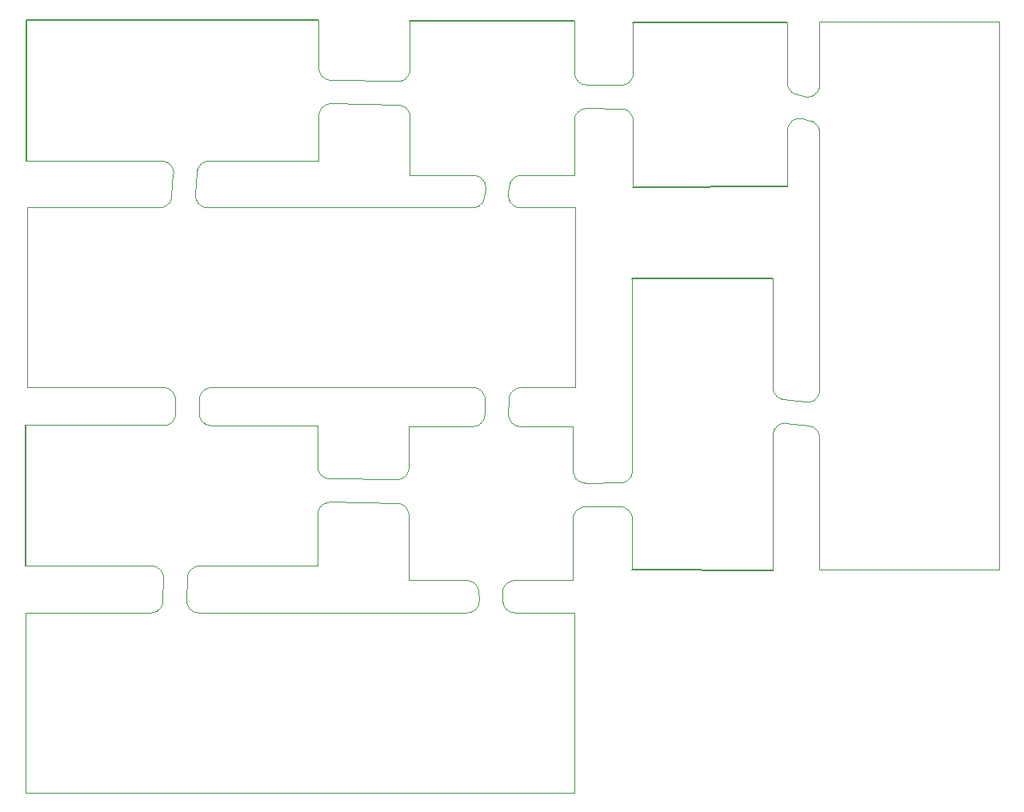
<source format=gbr>
G04 #@! TF.GenerationSoftware,KiCad,Pcbnew,(5.1.4)-1*
G04 #@! TF.CreationDate,2020-04-09T13:39:23+02:00*
G04 #@! TF.ProjectId,output.sky_panel_03_kits,6f757470-7574-42e7-936b-795f70616e65,rev?*
G04 #@! TF.SameCoordinates,Original*
G04 #@! TF.FileFunction,Profile,NP*
%FSLAX46Y46*%
G04 Gerber Fmt 4.6, Leading zero omitted, Abs format (unit mm)*
G04 Created by KiCad (PCBNEW (5.1.4)-1) date 2020-04-09 13:39:23*
%MOMM*%
%LPD*%
G04 APERTURE LIST*
%ADD10C,0.200000*%
%ADD11C,0.050000*%
%ADD12C,0.100000*%
G04 APERTURE END LIST*
D10*
X195564990Y-89950000D02*
X211885004Y-89943988D01*
D11*
X234341000Y-72425000D02*
X215291000Y-72425000D01*
X234341000Y-130475000D02*
X234341000Y-72425000D01*
X215291000Y-130475000D02*
X234341000Y-130475000D01*
D10*
X210338988Y-99599996D02*
X195494990Y-99599996D01*
X195449000Y-130499990D02*
X210345000Y-130510000D01*
X211885004Y-72565998D02*
X195575000Y-72550000D01*
D11*
X189475000Y-111166000D02*
X189475000Y-92116000D01*
D10*
X162300004Y-72319990D02*
X131400010Y-72274000D01*
X131400010Y-72274000D02*
X131390000Y-87170000D01*
D11*
X131425000Y-92116000D02*
X131425000Y-111166000D01*
D10*
X189350000Y-72400000D02*
X171950000Y-72389990D01*
D11*
X189350000Y-154041000D02*
X189350000Y-134991000D01*
X131300000Y-154041000D02*
X189350000Y-154041000D01*
X131300000Y-134991000D02*
X131300000Y-154041000D01*
D10*
X131275010Y-115149000D02*
X131265000Y-130045000D01*
D12*
X178693372Y-88710004D02*
X171956012Y-88710004D01*
X183693378Y-88710004D02*
X189334002Y-88710004D01*
X183600857Y-92116000D02*
X189475000Y-92116000D01*
X178693372Y-88710004D02*
X178793076Y-88717691D01*
X178793076Y-88717691D02*
X178891894Y-88733019D01*
X178891894Y-88733019D02*
X178989241Y-88755897D01*
X178600799Y-92116000D02*
X178700503Y-92108313D01*
X178989241Y-88755897D02*
X179084541Y-88786190D01*
X178700503Y-92108313D02*
X178799321Y-92092985D01*
X179084541Y-88786190D02*
X179177231Y-88823719D01*
X178799321Y-92092985D02*
X178896668Y-92070107D01*
X179177231Y-88823719D02*
X179266762Y-88868262D01*
X178896668Y-92070107D02*
X178991968Y-92039814D01*
X179266762Y-88868262D02*
X179352604Y-88919555D01*
X178991968Y-92039814D02*
X179084658Y-92002285D01*
X179352604Y-88919555D02*
X179434249Y-88977295D01*
X179084658Y-92002285D02*
X179174189Y-91957742D01*
X179434249Y-88977295D02*
X179511214Y-89041140D01*
X179174189Y-91957742D02*
X179260031Y-91906449D01*
X179511214Y-89041140D02*
X179583044Y-89110712D01*
X179260031Y-91906449D02*
X179341676Y-91848709D01*
X179583044Y-89110712D02*
X179649314Y-89185599D01*
X179341676Y-91848709D02*
X179418641Y-91784864D01*
X179649314Y-89185599D02*
X179709632Y-89265358D01*
X179418641Y-91784864D02*
X179490471Y-91715292D01*
X179709632Y-89265358D02*
X179763641Y-89349517D01*
X179490471Y-91715292D02*
X179556741Y-91640405D01*
X179763641Y-89349517D02*
X179811021Y-89437578D01*
X179556741Y-91640405D02*
X179617059Y-91560646D01*
X179811021Y-89437578D02*
X179851492Y-89529020D01*
X179617059Y-91560646D02*
X179671068Y-91476487D01*
X179851492Y-89529020D02*
X179884814Y-89623302D01*
X179671068Y-91476487D02*
X179718448Y-91388426D01*
X179884814Y-89623302D02*
X179910790Y-89719866D01*
X179718448Y-91388426D02*
X179758919Y-91296984D01*
X179910790Y-89719866D02*
X179929267Y-89818141D01*
X179758919Y-91296984D02*
X179792241Y-91202702D01*
X179929267Y-89818141D02*
X179940135Y-89917546D01*
X179792241Y-91202702D02*
X179818217Y-91106138D01*
X179940135Y-89917546D02*
X179943330Y-90017492D01*
X179818217Y-91106138D02*
X179836694Y-91007863D01*
X179943330Y-90017492D02*
X179938833Y-90117388D01*
X179938833Y-90117388D02*
X179836694Y-91007863D01*
X183600857Y-92116000D02*
X183501153Y-92108313D01*
X183501153Y-92108313D02*
X183402335Y-92092985D01*
X183402335Y-92092985D02*
X183304988Y-92070107D01*
X183693378Y-88710004D02*
X183593674Y-88717691D01*
X183304988Y-92070107D02*
X183209688Y-92039814D01*
X183593674Y-88717691D02*
X183494856Y-88733019D01*
X183209688Y-92039814D02*
X183116998Y-92002285D01*
X183494856Y-88733019D02*
X183397509Y-88755897D01*
X183116998Y-92002285D02*
X183027467Y-91957742D01*
X183397509Y-88755897D02*
X183302209Y-88786190D01*
X183027467Y-91957742D02*
X182941625Y-91906449D01*
X183302209Y-88786190D02*
X183209519Y-88823719D01*
X182941625Y-91906449D02*
X182859980Y-91848709D01*
X183209519Y-88823719D02*
X183119988Y-88868262D01*
X182859980Y-91848709D02*
X182783015Y-91784864D01*
X183119988Y-88868262D02*
X183034146Y-88919555D01*
X182783015Y-91784864D02*
X182711185Y-91715292D01*
X183034146Y-88919555D02*
X182952501Y-88977295D01*
X182711185Y-91715292D02*
X182644915Y-91640405D01*
X182952501Y-88977295D02*
X182875536Y-89041140D01*
X182644915Y-91640405D02*
X182584597Y-91560646D01*
X182875536Y-89041140D02*
X182803706Y-89110712D01*
X182584597Y-91560646D02*
X182530588Y-91476487D01*
X182803706Y-89110712D02*
X182737436Y-89185599D01*
X182530588Y-91476487D02*
X182483208Y-91388426D01*
X182737436Y-89185599D02*
X182677118Y-89265358D01*
X182483208Y-91388426D02*
X182442737Y-91296984D01*
X182677118Y-89265358D02*
X182623109Y-89349517D01*
X182442737Y-91296984D02*
X182409415Y-91202702D01*
X182623109Y-89349517D02*
X182575729Y-89437578D01*
X182409415Y-91202702D02*
X182383439Y-91106138D01*
X182575729Y-89437578D02*
X182535258Y-89529020D01*
X182383439Y-91106138D02*
X182364962Y-91007863D01*
X182535258Y-89529020D02*
X182501936Y-89623302D01*
X182364962Y-91007863D02*
X182354094Y-90908458D01*
X182501936Y-89623302D02*
X182475960Y-89719866D01*
X182354094Y-90908458D02*
X182350899Y-90808512D01*
X182475960Y-89719866D02*
X182457483Y-89818141D01*
X182350899Y-90808512D02*
X182355396Y-90708616D01*
X182457483Y-89818141D02*
X182355396Y-90708616D01*
X145875002Y-111166000D02*
X131425000Y-111166000D01*
X150875008Y-115178171D02*
X162175004Y-115194990D01*
X145874982Y-115170731D02*
X131275010Y-115149000D01*
X145874982Y-115170731D02*
X145974698Y-115163193D01*
X145875002Y-111166000D02*
X145974706Y-111173687D01*
X145974698Y-115163193D02*
X146073540Y-115148013D01*
X145974706Y-111173687D02*
X146073524Y-111189015D01*
X146073540Y-115148013D02*
X146170923Y-115125280D01*
X146073524Y-111189015D02*
X146170871Y-111211893D01*
X146170923Y-115125280D02*
X146266270Y-115095129D01*
X146170871Y-111211893D02*
X146266171Y-111242186D01*
X146266270Y-115095129D02*
X146359017Y-115057738D01*
X146266171Y-111242186D02*
X146358861Y-111279715D01*
X146359017Y-115057738D02*
X146448615Y-115013329D01*
X146358861Y-111279715D02*
X146448392Y-111324258D01*
X146448615Y-115013329D02*
X146534534Y-114962164D01*
X146448392Y-111324258D02*
X146534234Y-111375551D01*
X146534534Y-114962164D02*
X146616266Y-114904546D01*
X146534234Y-111375551D02*
X146615879Y-111433291D01*
X146616266Y-114904546D02*
X146693327Y-114840816D01*
X146615879Y-111433291D02*
X146692844Y-111497136D01*
X146693327Y-114840816D02*
X146765261Y-114771351D01*
X146692844Y-111497136D02*
X146764674Y-111566708D01*
X146765261Y-114771351D02*
X146831643Y-114696562D01*
X146764674Y-111566708D02*
X146830944Y-111641595D01*
X146831643Y-114696562D02*
X146892080Y-114616892D01*
X146830944Y-111641595D02*
X146891262Y-111721354D01*
X146892080Y-114616892D02*
X146946214Y-114532812D01*
X146891262Y-111721354D02*
X146945271Y-111805513D01*
X146946214Y-114532812D02*
X146993725Y-114444820D01*
X146945271Y-111805513D02*
X146992651Y-111893574D01*
X146993725Y-114444820D02*
X147034332Y-114353436D01*
X146992651Y-111893574D02*
X147033122Y-111985016D01*
X147034332Y-114353436D02*
X147067795Y-114259201D01*
X147033122Y-111985016D02*
X147066444Y-112079298D01*
X147067795Y-114259201D02*
X147093916Y-114162673D01*
X147066444Y-112079298D02*
X147092420Y-112175862D01*
X147093916Y-114162673D02*
X147112540Y-114064423D01*
X147092420Y-112175862D02*
X147110897Y-112274137D01*
X147112540Y-114064423D02*
X147123557Y-113965032D01*
X147110897Y-112274137D02*
X147121765Y-112373542D01*
X147123557Y-113965032D02*
X147126902Y-113865088D01*
X147121765Y-112373542D02*
X147124960Y-112473488D01*
X147124960Y-112473488D02*
X147126902Y-113865088D01*
X150875010Y-111166000D02*
X150775306Y-111173687D01*
X150875008Y-115178171D02*
X150775315Y-115170336D01*
X150775306Y-111173687D02*
X150676488Y-111189015D01*
X150775315Y-115170336D02*
X150676519Y-115154861D01*
X150676488Y-111189015D02*
X150579141Y-111211893D01*
X150676519Y-115154861D02*
X150579205Y-115131838D01*
X150579141Y-111211893D02*
X150483841Y-111242186D01*
X150579205Y-115131838D02*
X150483949Y-115101403D01*
X150483841Y-111242186D02*
X150391151Y-111279715D01*
X150483949Y-115101403D02*
X150391314Y-115063736D01*
X150391151Y-111279715D02*
X150301620Y-111324258D01*
X150391314Y-115063736D02*
X150301848Y-115019060D01*
X150301620Y-111324258D02*
X150215778Y-111375551D01*
X150301848Y-115019060D02*
X150216081Y-114967639D01*
X150215778Y-111375551D02*
X150134133Y-111433291D01*
X150216081Y-114967639D02*
X150134520Y-114909778D01*
X150134133Y-111433291D02*
X150057168Y-111497136D01*
X150134520Y-114909778D02*
X150057648Y-114845819D01*
X150057168Y-111497136D02*
X149985338Y-111566708D01*
X150057648Y-114845819D02*
X149985920Y-114776140D01*
X149985338Y-111566708D02*
X149919068Y-111641595D01*
X149985920Y-114776140D02*
X149919760Y-114701154D01*
X149919068Y-111641595D02*
X149858750Y-111721354D01*
X149919760Y-114701154D02*
X149859560Y-114621304D01*
X149858750Y-111721354D02*
X149804741Y-111805513D01*
X149859560Y-114621304D02*
X149805676Y-114537063D01*
X149804741Y-111805513D02*
X149757361Y-111893574D01*
X149805676Y-114537063D02*
X149758427Y-114448929D01*
X149757361Y-111893574D02*
X149716890Y-111985016D01*
X149758427Y-114448929D02*
X149718092Y-114357424D01*
X149716890Y-111985016D02*
X149683568Y-112079298D01*
X149718092Y-114357424D02*
X149684910Y-114263089D01*
X149683568Y-112079298D02*
X149657592Y-112175862D01*
X149684910Y-114263089D02*
X149659077Y-114166483D01*
X149657592Y-112175862D02*
X149639115Y-112274137D01*
X149659077Y-114166483D02*
X149640746Y-114068177D01*
X149639115Y-112274137D02*
X149628247Y-112373542D01*
X149640746Y-114068177D02*
X149630026Y-113968753D01*
X149628247Y-112373542D02*
X149625052Y-112473488D01*
X149630026Y-113968753D02*
X149626980Y-113868799D01*
X149625052Y-112473488D02*
X149626980Y-113868799D01*
X145668351Y-87167222D02*
X131390000Y-87170000D01*
X150668364Y-87166249D02*
X162300004Y-87163988D01*
X150489510Y-92116000D02*
X178600799Y-92116000D01*
X145489487Y-92116000D02*
X131425000Y-92116000D01*
X145668351Y-87167222D02*
X145768057Y-87174889D01*
X145768057Y-87174889D02*
X145866879Y-87190197D01*
X145489487Y-92116000D02*
X145589191Y-92108313D01*
X145866879Y-87190197D02*
X145964232Y-87213056D01*
X145589191Y-92108313D02*
X145688009Y-92092985D01*
X145964232Y-87213056D02*
X146059540Y-87243331D01*
X145688009Y-92092985D02*
X145785356Y-92070107D01*
X146059540Y-87243331D02*
X146152239Y-87280842D01*
X145785356Y-92070107D02*
X145880656Y-92039814D01*
X146152239Y-87280842D02*
X146241780Y-87325367D01*
X145880656Y-92039814D02*
X145973346Y-92002285D01*
X146241780Y-87325367D02*
X146327634Y-87376643D01*
X145973346Y-92002285D02*
X146062877Y-91957742D01*
X146327634Y-87376643D02*
X146409293Y-87434367D01*
X146062877Y-91957742D02*
X146148719Y-91906449D01*
X146409293Y-87434367D02*
X146486273Y-87498197D01*
X146148719Y-91906449D02*
X146230364Y-91848709D01*
X146486273Y-87498197D02*
X146558119Y-87567755D01*
X146230364Y-91848709D02*
X146307329Y-91784864D01*
X146558119Y-87567755D02*
X146624406Y-87642630D01*
X146307329Y-91784864D02*
X146379159Y-91715292D01*
X146624406Y-87642630D02*
X146684742Y-87722379D01*
X146379159Y-91715292D02*
X146445429Y-91640405D01*
X146684742Y-87722379D02*
X146738769Y-87806530D01*
X146445429Y-91640405D02*
X146505747Y-91560646D01*
X146738769Y-87806530D02*
X146786168Y-87894585D01*
X146505747Y-91560646D02*
X146559756Y-91476487D01*
X146786168Y-87894585D02*
X146826658Y-87986023D01*
X146559756Y-91476487D02*
X146607136Y-91388426D01*
X146826658Y-87986023D02*
X146860000Y-88080303D01*
X146607136Y-91388426D02*
X146647607Y-91296984D01*
X146860000Y-88080303D02*
X146885996Y-88176867D01*
X146647607Y-91296984D02*
X146680929Y-91202702D01*
X146885996Y-88176867D02*
X146904493Y-88275144D01*
X146680929Y-91202702D02*
X146706905Y-91106138D01*
X146904493Y-88275144D02*
X146915381Y-88374552D01*
X146706905Y-91106138D02*
X146725382Y-91007863D01*
X146915381Y-88374552D02*
X146918596Y-88474503D01*
X146725382Y-91007863D02*
X146736250Y-90908458D01*
X146918596Y-88474503D02*
X146914119Y-88574405D01*
X146914119Y-88574405D02*
X146736250Y-90908458D01*
X150489510Y-92116000D02*
X150389806Y-92108313D01*
X150389806Y-92108313D02*
X150290988Y-92092985D01*
X150668364Y-87166249D02*
X150568661Y-87173956D01*
X150290988Y-92092985D02*
X150193641Y-92070107D01*
X150568661Y-87173956D02*
X150469845Y-87189304D01*
X150193641Y-92070107D02*
X150098341Y-92039814D01*
X150469845Y-87189304D02*
X150372501Y-87212202D01*
X150098341Y-92039814D02*
X150005651Y-92002285D01*
X150372501Y-87212202D02*
X150277205Y-87242515D01*
X150005651Y-92002285D02*
X149916120Y-91957742D01*
X150277205Y-87242515D02*
X150184521Y-87280063D01*
X149916120Y-91957742D02*
X149830278Y-91906449D01*
X150184521Y-87280063D02*
X150094997Y-87324624D01*
X149830278Y-91906449D02*
X149748633Y-91848709D01*
X150094997Y-87324624D02*
X150009163Y-87375935D01*
X149748633Y-91848709D02*
X149671668Y-91784864D01*
X150009163Y-87375935D02*
X149927527Y-87433692D01*
X149671668Y-91784864D02*
X149599838Y-91715292D01*
X149927527Y-87433692D02*
X149850572Y-87497553D01*
X149599838Y-91715292D02*
X149533568Y-91640405D01*
X149850572Y-87497553D02*
X149778753Y-87567140D01*
X149533568Y-91640405D02*
X149473250Y-91560646D01*
X149778753Y-87567140D02*
X149712495Y-87642042D01*
X149473250Y-91560646D02*
X149419241Y-91476487D01*
X149712495Y-87642042D02*
X149652190Y-87721815D01*
X149419241Y-91476487D02*
X149371861Y-91388426D01*
X149652190Y-87721815D02*
X149598195Y-87805987D01*
X149371861Y-91388426D02*
X149331390Y-91296984D01*
X149598195Y-87805987D02*
X149550830Y-87894060D01*
X149331390Y-91296984D02*
X149298068Y-91202702D01*
X149550830Y-87894060D02*
X149510375Y-87985513D01*
X149298068Y-91202702D02*
X149272092Y-91106138D01*
X149510375Y-87985513D02*
X149477069Y-88079805D01*
X149272092Y-91106138D02*
X149253615Y-91007863D01*
X149477069Y-88079805D02*
X149451109Y-88176378D01*
X149253615Y-91007863D02*
X149242747Y-90908458D01*
X149451109Y-88176378D02*
X149432649Y-88274661D01*
X149242747Y-90908458D02*
X149239552Y-90808512D01*
X149432649Y-88274661D02*
X149421798Y-88374072D01*
X149239552Y-90808512D02*
X149244049Y-90708616D01*
X149421798Y-88374072D02*
X149244049Y-90708616D01*
X171951889Y-77514490D02*
X171950000Y-72389990D01*
X171953729Y-82514493D02*
X171956012Y-88710004D01*
X162300004Y-82369988D02*
X162300004Y-87163988D01*
X162300004Y-77369992D02*
X162300004Y-72319990D01*
X171951889Y-77514490D02*
X171944239Y-77614197D01*
X162300004Y-77369992D02*
X162307691Y-77469696D01*
X171944239Y-77614197D02*
X171928948Y-77713021D01*
X162307691Y-77469696D02*
X162323019Y-77568514D01*
X171928948Y-77713021D02*
X171906106Y-77810377D01*
X162323019Y-77568514D02*
X162345897Y-77665861D01*
X171906106Y-77810377D02*
X171875848Y-77905689D01*
X162345897Y-77665861D02*
X162376190Y-77761161D01*
X171875848Y-77905689D02*
X171838353Y-77998393D01*
X162376190Y-77761161D02*
X162413719Y-77853851D01*
X171838353Y-77998393D02*
X171793843Y-78087941D01*
X162413719Y-77853851D02*
X162458262Y-77943382D01*
X171793843Y-78087941D02*
X171742581Y-78173803D01*
X162458262Y-77943382D02*
X162509555Y-78029224D01*
X171742581Y-78173803D02*
X171684871Y-78255471D01*
X162509555Y-78029224D02*
X162567295Y-78110869D01*
X171684871Y-78255471D02*
X171621054Y-78332461D01*
X162567295Y-78110869D02*
X162631140Y-78187834D01*
X171621054Y-78332461D02*
X171551508Y-78404318D01*
X162631140Y-78187834D02*
X162700712Y-78259664D01*
X171551508Y-78404318D02*
X171476644Y-78470617D01*
X162700712Y-78259664D02*
X162775599Y-78325934D01*
X171476644Y-78470617D02*
X171396905Y-78530965D01*
X162775599Y-78325934D02*
X162855358Y-78386252D01*
X171396905Y-78530965D02*
X171312763Y-78585005D01*
X162855358Y-78386252D02*
X162939517Y-78440261D01*
X171312763Y-78585005D02*
X171224716Y-78632417D01*
X162939517Y-78440261D02*
X163027578Y-78487641D01*
X171224716Y-78632417D02*
X171133285Y-78672921D01*
X163027578Y-78487641D02*
X163119020Y-78528112D01*
X171133285Y-78672921D02*
X171039011Y-78706277D01*
X163119020Y-78528112D02*
X163213302Y-78561434D01*
X171039011Y-78706277D02*
X170942452Y-78732288D01*
X163213302Y-78561434D02*
X163309866Y-78587410D01*
X170942452Y-78732288D02*
X170844179Y-78750800D01*
X163309866Y-78587410D02*
X163408141Y-78605887D01*
X170844179Y-78750800D02*
X170744774Y-78761703D01*
X163408141Y-78605887D02*
X163507546Y-78616755D01*
X170744774Y-78761703D02*
X170644825Y-78764933D01*
X163507546Y-78616755D02*
X163607492Y-78619950D01*
X170644825Y-78764933D02*
X163607492Y-78619950D01*
X162300004Y-82369988D02*
X162307691Y-82270284D01*
X171953729Y-82514493D02*
X171946005Y-82414792D01*
X162307691Y-82270284D02*
X162323019Y-82171466D01*
X171946005Y-82414792D02*
X171930640Y-82315980D01*
X162323019Y-82171466D02*
X162345897Y-82074119D01*
X171930640Y-82315980D02*
X171907725Y-82218641D01*
X162345897Y-82074119D02*
X162376190Y-81978819D01*
X171907725Y-82218641D02*
X171877396Y-82123351D01*
X162376190Y-81978819D02*
X162413719Y-81886129D01*
X171877396Y-82123351D02*
X171839832Y-82030674D01*
X162413719Y-81886129D02*
X162458262Y-81796598D01*
X171839832Y-82030674D02*
X171795255Y-81941159D01*
X162458262Y-81796598D02*
X162509555Y-81710756D01*
X171795255Y-81941159D02*
X171743929Y-81855335D01*
X162509555Y-81710756D02*
X162567295Y-81629111D01*
X171743929Y-81855335D02*
X171686158Y-81773710D01*
X162567295Y-81629111D02*
X162631140Y-81552146D01*
X171686158Y-81773710D02*
X171622284Y-81696767D01*
X162631140Y-81552146D02*
X162700712Y-81480316D01*
X171622284Y-81696767D02*
X171552685Y-81624961D01*
X162700712Y-81480316D02*
X162775599Y-81414046D01*
X171552685Y-81624961D02*
X171477772Y-81558717D01*
X162775599Y-81414046D02*
X162855358Y-81353728D01*
X171477772Y-81558717D02*
X171397989Y-81498427D01*
X162855358Y-81353728D02*
X162939517Y-81299719D01*
X171397989Y-81498427D02*
X171313808Y-81444448D01*
X162939517Y-81299719D02*
X163027578Y-81252339D01*
X171313808Y-81444448D02*
X171225727Y-81397099D01*
X163027578Y-81252339D02*
X163119020Y-81211868D01*
X171225727Y-81397099D02*
X171134267Y-81356661D01*
X163119020Y-81211868D02*
X163213302Y-81178546D01*
X171134267Y-81356661D02*
X171039969Y-81323373D01*
X163213302Y-81178546D02*
X163309866Y-81152570D01*
X171039969Y-81323373D02*
X170943391Y-81297432D01*
X163309866Y-81152570D02*
X163408141Y-81134093D01*
X170943391Y-81297432D02*
X170845105Y-81278991D01*
X163408141Y-81134093D02*
X163507546Y-81123225D01*
X170845105Y-81278991D02*
X170745692Y-81268159D01*
X163507546Y-81123225D02*
X163607492Y-81120030D01*
X170745692Y-81268159D02*
X170645741Y-81265001D01*
X170645741Y-81265001D02*
X163607492Y-81120030D01*
X195571918Y-77907128D02*
X195575000Y-72550000D01*
X195569042Y-82907124D02*
X195564990Y-89950000D01*
X189339733Y-82866364D02*
X189334002Y-88710004D01*
X189344639Y-77866353D02*
X189350000Y-72400000D01*
X195571918Y-77907128D02*
X195564174Y-78006828D01*
X189344639Y-77866353D02*
X189352228Y-77966065D01*
X195564174Y-78006828D02*
X195548789Y-78105638D01*
X189352228Y-77966065D02*
X189367459Y-78064899D01*
X195548789Y-78105638D02*
X195525854Y-78202973D01*
X189367459Y-78064899D02*
X189390242Y-78162270D01*
X195525854Y-78202973D02*
X195495505Y-78298257D01*
X189390242Y-78162270D02*
X189420442Y-78257602D01*
X195495505Y-78298257D02*
X195457922Y-78390926D01*
X189420442Y-78257602D02*
X189457880Y-78350331D01*
X195457922Y-78390926D02*
X195413327Y-78480432D01*
X189457880Y-78350331D02*
X189502335Y-78439908D01*
X195413327Y-78480432D02*
X195361984Y-78566245D01*
X189502335Y-78439908D02*
X189553544Y-78525803D01*
X195361984Y-78566245D02*
X195304197Y-78647858D01*
X189553544Y-78525803D02*
X189611204Y-78607508D01*
X195304197Y-78647858D02*
X195240308Y-78724788D01*
X189611204Y-78607508D02*
X189674974Y-78684539D01*
X195240308Y-78724788D02*
X195170695Y-78796579D01*
X189674974Y-78684539D02*
X189744476Y-78756440D01*
X195170695Y-78796579D02*
X195095770Y-78862807D01*
X189744476Y-78756440D02*
X189819299Y-78822786D01*
X195095770Y-78862807D02*
X195015976Y-78923080D01*
X189819299Y-78822786D02*
X189899000Y-78883184D01*
X195015976Y-78923080D02*
X194931785Y-78977041D01*
X189899000Y-78883184D02*
X189983108Y-78937277D01*
X194931785Y-78977041D02*
X194843695Y-79024371D01*
X189983108Y-78937277D02*
X190071125Y-78984745D01*
X194843695Y-79024371D02*
X194752228Y-79064790D01*
X190071125Y-78984745D02*
X190162530Y-79025307D01*
X194752228Y-79064790D02*
X194657925Y-79098059D01*
X190162530Y-79025307D02*
X190256782Y-79058723D01*
X194657925Y-79098059D02*
X194561344Y-79123981D01*
X190256782Y-79058723D02*
X190353324Y-79084795D01*
X194561344Y-79123981D02*
X194463056Y-79142402D01*
X190353324Y-79084795D02*
X190451584Y-79103369D01*
X194463056Y-79142402D02*
X194363643Y-79153213D01*
X190451584Y-79103369D02*
X190550981Y-79114335D01*
X194363643Y-79153213D02*
X194263693Y-79156351D01*
X190550981Y-79114335D02*
X190650927Y-79117628D01*
X194263693Y-79156351D02*
X190650927Y-79117628D01*
X189339733Y-82866364D02*
X189347517Y-82766667D01*
X195569042Y-82907124D02*
X195561413Y-82807415D01*
X189347517Y-82766667D02*
X189362941Y-82667863D01*
X195561413Y-82807415D02*
X195546142Y-82708587D01*
X189362941Y-82667863D02*
X189385914Y-82570537D01*
X195546142Y-82708587D02*
X195523320Y-82611225D01*
X189385914Y-82570537D02*
X189416300Y-82475265D01*
X195523320Y-82611225D02*
X195493082Y-82515905D01*
X189416300Y-82475265D02*
X189453919Y-82382611D01*
X195493082Y-82515905D02*
X195455607Y-82423191D01*
X189453919Y-82382611D02*
X189498549Y-82293123D01*
X195455607Y-82423191D02*
X195411116Y-82333632D01*
X189498549Y-82293123D02*
X189549926Y-82207330D01*
X195411116Y-82333632D02*
X195359873Y-82247758D01*
X189549926Y-82207330D02*
X189607746Y-82125740D01*
X195359873Y-82247758D02*
X195302181Y-82166077D01*
X189607746Y-82125740D02*
X189671666Y-82048836D01*
X195302181Y-82166077D02*
X195238381Y-82089072D01*
X189671666Y-82048836D02*
X189741308Y-81977073D01*
X195238381Y-82089072D02*
X195168851Y-82017199D01*
X189741308Y-81977073D02*
X189816260Y-81910875D01*
X195168851Y-82017199D02*
X195094002Y-81950883D01*
X189816260Y-81910875D02*
X189896079Y-81850634D01*
X195094002Y-81950883D02*
X195014277Y-81890517D01*
X189896079Y-81850634D02*
X189980292Y-81796707D01*
X195014277Y-81890517D02*
X194930148Y-81836458D01*
X189980292Y-81796707D02*
X190068401Y-81749413D01*
X194930148Y-81836458D02*
X194842113Y-81789026D01*
X190068401Y-81749413D02*
X190159885Y-81709032D01*
X194842113Y-81789026D02*
X194750693Y-81748501D01*
X190159885Y-81709032D02*
X190254202Y-81675802D01*
X194750693Y-81748501D02*
X194656428Y-81715123D01*
X190254202Y-81675802D02*
X190350794Y-81649920D01*
X194656428Y-81715123D02*
X194559876Y-81689090D01*
X190350794Y-81649920D02*
X190449090Y-81631539D01*
X194559876Y-81689090D02*
X194461609Y-81670556D01*
X190449090Y-81631539D02*
X190548508Y-81620768D01*
X194461609Y-81670556D02*
X194362208Y-81659630D01*
X190548508Y-81620768D02*
X190648460Y-81617671D01*
X194362208Y-81659630D02*
X194262261Y-81656377D01*
X194262261Y-81656377D02*
X190648460Y-81617671D01*
X211885004Y-83933349D02*
X211885004Y-89943988D01*
X211885004Y-78933354D02*
X211885004Y-72565998D01*
X215291000Y-79149691D02*
X215291000Y-72425000D01*
X211885004Y-83933349D02*
X211892691Y-83833645D01*
X211892691Y-83833645D02*
X211908019Y-83734827D01*
X211908019Y-83734827D02*
X211930897Y-83637480D01*
X211930897Y-83637480D02*
X211961190Y-83542180D01*
X211961190Y-83542180D02*
X211998719Y-83449490D01*
X211998719Y-83449490D02*
X212043262Y-83359959D01*
X212043262Y-83359959D02*
X212094555Y-83274117D01*
X215291000Y-84149679D02*
X215283313Y-84049975D01*
X212094555Y-83274117D02*
X212152295Y-83192472D01*
X215283313Y-84049975D02*
X215267985Y-83951157D01*
X212152295Y-83192472D02*
X212216140Y-83115507D01*
X215267985Y-83951157D02*
X215245107Y-83853810D01*
X212216140Y-83115507D02*
X212285712Y-83043677D01*
X215245107Y-83853810D02*
X215214814Y-83758510D01*
X212285712Y-83043677D02*
X212360599Y-82977407D01*
X215214814Y-83758510D02*
X215177285Y-83665820D01*
X212360599Y-82977407D02*
X212440358Y-82917089D01*
X215177285Y-83665820D02*
X215132742Y-83576289D01*
X212440358Y-82917089D02*
X212524517Y-82863080D01*
X215132742Y-83576289D02*
X215081449Y-83490447D01*
X212524517Y-82863080D02*
X212612578Y-82815700D01*
X215081449Y-83490447D02*
X215023709Y-83408802D01*
X212612578Y-82815700D02*
X212704020Y-82775229D01*
X215023709Y-83408802D02*
X214959864Y-83331837D01*
X212704020Y-82775229D02*
X212798302Y-82741907D01*
X214959864Y-83331837D02*
X214890292Y-83260007D01*
X212798302Y-82741907D02*
X212894866Y-82715931D01*
X214890292Y-83260007D02*
X214815405Y-83193737D01*
X212894866Y-82715931D02*
X212993141Y-82697454D01*
X214815405Y-83193737D02*
X214735646Y-83133419D01*
X212993141Y-82697454D02*
X213092546Y-82686586D01*
X214735646Y-83133419D02*
X214651487Y-83079410D01*
X213092546Y-82686586D02*
X213192492Y-82683391D01*
X214651487Y-83079410D02*
X214563426Y-83032030D01*
X213192492Y-82683391D02*
X213292388Y-82687888D01*
X214563426Y-83032030D02*
X214471984Y-82991559D01*
X213292388Y-82687888D02*
X213391643Y-82700050D01*
X214471984Y-82991559D02*
X214377702Y-82958237D01*
X213391643Y-82700050D02*
X213489669Y-82719805D01*
X214377702Y-82958237D02*
X214281138Y-82932261D01*
X213489669Y-82719805D02*
X214281138Y-82932261D01*
X215291000Y-79149691D02*
X215283313Y-79249395D01*
X215283313Y-79249395D02*
X215267985Y-79348213D01*
X215267985Y-79348213D02*
X215245107Y-79445560D01*
X215245107Y-79445560D02*
X215214814Y-79540860D01*
X215214814Y-79540860D02*
X215177285Y-79633550D01*
X215177285Y-79633550D02*
X215132742Y-79723081D01*
X215132742Y-79723081D02*
X215081449Y-79808923D01*
X211885004Y-78933354D02*
X211892691Y-79033058D01*
X215081449Y-79808923D02*
X215023709Y-79890568D01*
X211892691Y-79033058D02*
X211908019Y-79131876D01*
X215023709Y-79890568D02*
X214959864Y-79967533D01*
X211908019Y-79131876D02*
X211930897Y-79229223D01*
X214959864Y-79967533D02*
X214890292Y-80039363D01*
X211930897Y-79229223D02*
X211961190Y-79324523D01*
X214890292Y-80039363D02*
X214815405Y-80105633D01*
X211961190Y-79324523D02*
X211998719Y-79417213D01*
X214815405Y-80105633D02*
X214735646Y-80165951D01*
X211998719Y-79417213D02*
X212043262Y-79506744D01*
X214735646Y-80165951D02*
X214651487Y-80219960D01*
X212043262Y-79506744D02*
X212094555Y-79592586D01*
X214651487Y-80219960D02*
X214563426Y-80267340D01*
X212094555Y-79592586D02*
X212152295Y-79674231D01*
X214563426Y-80267340D02*
X214471984Y-80307811D01*
X212152295Y-79674231D02*
X212216140Y-79751196D01*
X214471984Y-80307811D02*
X214377702Y-80341133D01*
X212216140Y-79751196D02*
X212285712Y-79823026D01*
X214377702Y-80341133D02*
X214281138Y-80367109D01*
X212285712Y-79823026D02*
X212360599Y-79889296D01*
X214281138Y-80367109D02*
X214182863Y-80385586D01*
X212360599Y-79889296D02*
X212440358Y-79949614D01*
X214182863Y-80385586D02*
X214083458Y-80396454D01*
X212440358Y-79949614D02*
X212524517Y-80003623D01*
X214083458Y-80396454D02*
X213983512Y-80399649D01*
X212524517Y-80003623D02*
X212612578Y-80051003D01*
X213983512Y-80399649D02*
X213883616Y-80395152D01*
X212612578Y-80051003D02*
X212704020Y-80091474D01*
X213883616Y-80395152D02*
X213784361Y-80382990D01*
X212704020Y-80091474D02*
X212798302Y-80124796D01*
X213784361Y-80382990D02*
X213686335Y-80363235D01*
X212798302Y-80124796D02*
X212894866Y-80150772D01*
X212894866Y-80150772D02*
X213686335Y-80363235D01*
X210342213Y-116172970D02*
X210345000Y-130510000D01*
X210341240Y-111172972D02*
X210338988Y-99599996D01*
X215291000Y-111453870D02*
X215291000Y-84149679D01*
X215291000Y-116453826D02*
X215291000Y-130475000D01*
X210342213Y-116172970D02*
X210349880Y-116073264D01*
X210349880Y-116073264D02*
X210365188Y-115974442D01*
X210365188Y-115974442D02*
X210388047Y-115877089D01*
X210388047Y-115877089D02*
X210418322Y-115781781D01*
X215291000Y-116453826D02*
X215283313Y-116354122D01*
X210418322Y-115781781D02*
X210455833Y-115689082D01*
X215283313Y-116354122D02*
X215267985Y-116255304D01*
X210455833Y-115689082D02*
X210500358Y-115599541D01*
X215267985Y-116255304D02*
X215245107Y-116157957D01*
X210500358Y-115599541D02*
X210551634Y-115513687D01*
X215245107Y-116157957D02*
X215214814Y-116062657D01*
X210551634Y-115513687D02*
X210609358Y-115432028D01*
X215214814Y-116062657D02*
X215177285Y-115969967D01*
X210609358Y-115432028D02*
X210673188Y-115355048D01*
X215177285Y-115969967D02*
X215132742Y-115880436D01*
X210673188Y-115355048D02*
X210742746Y-115283202D01*
X215132742Y-115880436D02*
X215081449Y-115794594D01*
X210742746Y-115283202D02*
X210817621Y-115216915D01*
X215081449Y-115794594D02*
X215023709Y-115712949D01*
X210817621Y-115216915D02*
X210897370Y-115156579D01*
X215023709Y-115712949D02*
X214959864Y-115635984D01*
X210897370Y-115156579D02*
X210981521Y-115102552D01*
X214959864Y-115635984D02*
X214890292Y-115564154D01*
X210981521Y-115102552D02*
X211069576Y-115055153D01*
X214890292Y-115564154D02*
X214815405Y-115497884D01*
X211069576Y-115055153D02*
X211161014Y-115014663D01*
X214815405Y-115497884D02*
X214735646Y-115437566D01*
X211161014Y-115014663D02*
X211255294Y-114981321D01*
X214735646Y-115437566D02*
X214651487Y-115383557D01*
X211255294Y-114981321D02*
X211351858Y-114955325D01*
X214651487Y-115383557D02*
X214563426Y-115336177D01*
X211351858Y-114955325D02*
X211450135Y-114936828D01*
X214563426Y-115336177D02*
X214471984Y-115295706D01*
X211450135Y-114936828D02*
X211549543Y-114925940D01*
X214471984Y-115295706D02*
X214377702Y-115262384D01*
X211549543Y-114925940D02*
X211649494Y-114922725D01*
X214377702Y-115262384D02*
X214281138Y-115236408D01*
X211649494Y-114922725D02*
X211749396Y-114927202D01*
X214281138Y-115236408D02*
X214182863Y-115217931D01*
X211749396Y-114927202D02*
X214182863Y-115217931D01*
X215291000Y-111453870D02*
X215283313Y-111553574D01*
X215283313Y-111553574D02*
X215267985Y-111652392D01*
X215267985Y-111652392D02*
X215245107Y-111749739D01*
X215245107Y-111749739D02*
X215214814Y-111845039D01*
X210341240Y-111172972D02*
X210348947Y-111272675D01*
X215214814Y-111845039D02*
X215177285Y-111937729D01*
X210348947Y-111272675D02*
X210364295Y-111371491D01*
X215177285Y-111937729D02*
X215132742Y-112027260D01*
X210364295Y-111371491D02*
X210387193Y-111468835D01*
X215132742Y-112027260D02*
X215081449Y-112113102D01*
X210387193Y-111468835D02*
X210417506Y-111564131D01*
X215081449Y-112113102D02*
X215023709Y-112194747D01*
X210417506Y-111564131D02*
X210455054Y-111656815D01*
X215023709Y-112194747D02*
X214959864Y-112271712D01*
X210455054Y-111656815D02*
X210499615Y-111746339D01*
X214959864Y-112271712D02*
X214890292Y-112343542D01*
X210499615Y-111746339D02*
X210550926Y-111832173D01*
X214890292Y-112343542D02*
X214815405Y-112409812D01*
X210550926Y-111832173D02*
X210608683Y-111913809D01*
X214815405Y-112409812D02*
X214735646Y-112470130D01*
X210608683Y-111913809D02*
X210672544Y-111990764D01*
X214735646Y-112470130D02*
X214651487Y-112524139D01*
X210672544Y-111990764D02*
X210742131Y-112062583D01*
X214651487Y-112524139D02*
X214563426Y-112571519D01*
X210742131Y-112062583D02*
X210817033Y-112128841D01*
X214563426Y-112571519D02*
X214471984Y-112611990D01*
X210817033Y-112128841D02*
X210896806Y-112189146D01*
X214471984Y-112611990D02*
X214377702Y-112645312D01*
X210896806Y-112189146D02*
X210980978Y-112243141D01*
X214377702Y-112645312D02*
X214281138Y-112671288D01*
X210980978Y-112243141D02*
X211069051Y-112290506D01*
X214281138Y-112671288D02*
X214182863Y-112689765D01*
X211069051Y-112290506D02*
X211160504Y-112330961D01*
X214182863Y-112689765D02*
X214083458Y-112700633D01*
X211160504Y-112330961D02*
X211254796Y-112364267D01*
X214083458Y-112700633D02*
X213983512Y-112703828D01*
X211254796Y-112364267D02*
X211351369Y-112390227D01*
X213983512Y-112703828D02*
X213883616Y-112699331D01*
X211351369Y-112390227D02*
X211449652Y-112408687D01*
X211449652Y-112408687D02*
X213883616Y-112699331D01*
X189215436Y-125024995D02*
X189209002Y-131585004D01*
X189220342Y-120025000D02*
X189225000Y-115275000D01*
X195464590Y-120025027D02*
X195494990Y-99599996D01*
X195457150Y-125025000D02*
X195449000Y-130499990D01*
X195457150Y-125025000D02*
X195449612Y-124925284D01*
X189215436Y-125024995D02*
X189223220Y-124925298D01*
X195449612Y-124925284D02*
X195434432Y-124826442D01*
X189223220Y-124925298D02*
X189238644Y-124826494D01*
X195434432Y-124826442D02*
X195411699Y-124729059D01*
X189238644Y-124826494D02*
X189261617Y-124729168D01*
X195411699Y-124729059D02*
X195381548Y-124633712D01*
X189261617Y-124729168D02*
X189292003Y-124633896D01*
X195381548Y-124633712D02*
X195344157Y-124540965D01*
X189292003Y-124633896D02*
X189329622Y-124541242D01*
X195344157Y-124540965D02*
X195299748Y-124451367D01*
X189329622Y-124541242D02*
X189374252Y-124451754D01*
X195299748Y-124451367D02*
X195248583Y-124365448D01*
X189374252Y-124451754D02*
X189425629Y-124365961D01*
X195248583Y-124365448D02*
X195190965Y-124283716D01*
X189425629Y-124365961D02*
X189483449Y-124284371D01*
X195190965Y-124283716D02*
X195127235Y-124206655D01*
X189483449Y-124284371D02*
X189547369Y-124207467D01*
X195127235Y-124206655D02*
X195057770Y-124134721D01*
X189547369Y-124207467D02*
X189617011Y-124135704D01*
X195057770Y-124134721D02*
X194982981Y-124068339D01*
X189617011Y-124135704D02*
X189691963Y-124069506D01*
X194982981Y-124068339D02*
X194903311Y-124007902D01*
X189691963Y-124069506D02*
X189771782Y-124009265D01*
X194903311Y-124007902D02*
X194819231Y-123953768D01*
X189771782Y-124009265D02*
X189855995Y-123955338D01*
X194819231Y-123953768D02*
X194731239Y-123906257D01*
X189855995Y-123955338D02*
X189944104Y-123908044D01*
X194731239Y-123906257D02*
X194639855Y-123865650D01*
X189944104Y-123908044D02*
X190035588Y-123867663D01*
X194639855Y-123865650D02*
X194545620Y-123832187D01*
X190035588Y-123867663D02*
X190129905Y-123834433D01*
X194545620Y-123832187D02*
X194449092Y-123806066D01*
X190129905Y-123834433D02*
X190226497Y-123808551D01*
X194449092Y-123806066D02*
X194350842Y-123787442D01*
X190226497Y-123808551D02*
X190324793Y-123790170D01*
X194350842Y-123787442D02*
X194251451Y-123776425D01*
X190324793Y-123790170D02*
X190424211Y-123779399D01*
X194251451Y-123776425D02*
X194151507Y-123773080D01*
X190424211Y-123779399D02*
X190524163Y-123776302D01*
X190524163Y-123776302D02*
X194151507Y-123773080D01*
X189220342Y-120025000D02*
X189227931Y-120124712D01*
X195464590Y-120025027D02*
X195456755Y-120124720D01*
X189227931Y-120124712D02*
X189243162Y-120223546D01*
X195456755Y-120124720D02*
X195441280Y-120223516D01*
X189243162Y-120223546D02*
X189265945Y-120320917D01*
X195441280Y-120223516D02*
X195418257Y-120320830D01*
X189265945Y-120320917D02*
X189296145Y-120416249D01*
X195418257Y-120320830D02*
X195387822Y-120416086D01*
X189296145Y-120416249D02*
X189333583Y-120508978D01*
X195387822Y-120416086D02*
X195350155Y-120508721D01*
X189333583Y-120508978D02*
X189378038Y-120598555D01*
X195350155Y-120508721D02*
X195305479Y-120598187D01*
X189378038Y-120598555D02*
X189429247Y-120684450D01*
X195305479Y-120598187D02*
X195254058Y-120683954D01*
X189429247Y-120684450D02*
X189486907Y-120766155D01*
X195254058Y-120683954D02*
X195196197Y-120765515D01*
X189486907Y-120766155D02*
X189550677Y-120843186D01*
X195196197Y-120765515D02*
X195132238Y-120842387D01*
X189550677Y-120843186D02*
X189620179Y-120915087D01*
X195132238Y-120842387D02*
X195062559Y-120914115D01*
X189620179Y-120915087D02*
X189695002Y-120981433D01*
X195062559Y-120914115D02*
X194987573Y-120980275D01*
X189695002Y-120981433D02*
X189774703Y-121041831D01*
X194987573Y-120980275D02*
X194907723Y-121040475D01*
X189774703Y-121041831D02*
X189858811Y-121095924D01*
X194907723Y-121040475D02*
X194823482Y-121094359D01*
X189858811Y-121095924D02*
X189946828Y-121143392D01*
X194823482Y-121094359D02*
X194735348Y-121141608D01*
X189946828Y-121143392D02*
X190038233Y-121183954D01*
X194735348Y-121141608D02*
X194643843Y-121181943D01*
X190038233Y-121183954D02*
X190132485Y-121217370D01*
X194643843Y-121181943D02*
X194549508Y-121215125D01*
X190132485Y-121217370D02*
X190229027Y-121243442D01*
X194549508Y-121215125D02*
X194452902Y-121240958D01*
X190229027Y-121243442D02*
X190327287Y-121262016D01*
X194452902Y-121240958D02*
X194354596Y-121259289D01*
X190327287Y-121262016D02*
X190426684Y-121272982D01*
X194354596Y-121259289D02*
X194255172Y-121270009D01*
X190426684Y-121272982D02*
X190526630Y-121276275D01*
X194255172Y-121270009D02*
X194155218Y-121273055D01*
X190526630Y-121276275D02*
X194155218Y-121273055D01*
X178644619Y-111166000D02*
X150875010Y-111166000D01*
X183644584Y-111166000D02*
X189475000Y-111166000D01*
X183612711Y-115271771D02*
X189225000Y-115275000D01*
X178612711Y-115268895D02*
X171825000Y-115264990D01*
X178644619Y-111166000D02*
X178744323Y-111173687D01*
X178612711Y-115268895D02*
X178712420Y-115261266D01*
X178744323Y-111173687D02*
X178843141Y-111189015D01*
X178712420Y-115261266D02*
X178811248Y-115245995D01*
X178843141Y-111189015D02*
X178940488Y-111211893D01*
X178811248Y-115245995D02*
X178908610Y-115223173D01*
X178940488Y-111211893D02*
X179035788Y-111242186D01*
X178908610Y-115223173D02*
X179003930Y-115192935D01*
X179035788Y-111242186D02*
X179128478Y-111279715D01*
X179003930Y-115192935D02*
X179096644Y-115155460D01*
X179128478Y-111279715D02*
X179218009Y-111324258D01*
X179096644Y-115155460D02*
X179186203Y-115110969D01*
X179218009Y-111324258D02*
X179303851Y-111375551D01*
X179186203Y-115110969D02*
X179272077Y-115059726D01*
X179303851Y-111375551D02*
X179385496Y-111433291D01*
X179272077Y-115059726D02*
X179353758Y-115002034D01*
X179385496Y-111433291D02*
X179462461Y-111497136D01*
X179353758Y-115002034D02*
X179430763Y-114938234D01*
X179462461Y-111497136D02*
X179534291Y-111566708D01*
X179430763Y-114938234D02*
X179502636Y-114868704D01*
X179534291Y-111566708D02*
X179600561Y-111641595D01*
X179502636Y-114868704D02*
X179568952Y-114793855D01*
X179600561Y-111641595D02*
X179660879Y-111721354D01*
X179568952Y-114793855D02*
X179629318Y-114714130D01*
X179660879Y-111721354D02*
X179714888Y-111805513D01*
X179629318Y-114714130D02*
X179683377Y-114630001D01*
X179714888Y-111805513D02*
X179762268Y-111893574D01*
X179683377Y-114630001D02*
X179730809Y-114541966D01*
X179762268Y-111893574D02*
X179802739Y-111985016D01*
X179730809Y-114541966D02*
X179771334Y-114450546D01*
X179802739Y-111985016D02*
X179836061Y-112079298D01*
X179771334Y-114450546D02*
X179804712Y-114356281D01*
X179836061Y-112079298D02*
X179862037Y-112175862D01*
X179804712Y-114356281D02*
X179830745Y-114259729D01*
X179862037Y-112175862D02*
X179880514Y-112274137D01*
X179830745Y-114259729D02*
X179849279Y-114161462D01*
X179880514Y-112274137D02*
X179891382Y-112373542D01*
X179849279Y-114161462D02*
X179860205Y-114062061D01*
X179891382Y-112373542D02*
X179894577Y-112473488D01*
X179860205Y-114062061D02*
X179863458Y-113962114D01*
X179894577Y-112473488D02*
X179863458Y-113962114D01*
X183612711Y-115271771D02*
X183513011Y-115264027D01*
X183644584Y-111166000D02*
X183544880Y-111173687D01*
X183513011Y-115264027D02*
X183414201Y-115248642D01*
X183544880Y-111173687D02*
X183446062Y-111189015D01*
X183414201Y-115248642D02*
X183316866Y-115225707D01*
X183446062Y-111189015D02*
X183348715Y-111211893D01*
X183316866Y-115225707D02*
X183221582Y-115195358D01*
X183348715Y-111211893D02*
X183253415Y-111242186D01*
X183221582Y-115195358D02*
X183128913Y-115157775D01*
X183253415Y-111242186D02*
X183160725Y-111279715D01*
X183128913Y-115157775D02*
X183039407Y-115113180D01*
X183160725Y-111279715D02*
X183071194Y-111324258D01*
X183039407Y-115113180D02*
X182953594Y-115061837D01*
X183071194Y-111324258D02*
X182985352Y-111375551D01*
X182953594Y-115061837D02*
X182871981Y-115004050D01*
X182985352Y-111375551D02*
X182903707Y-111433291D01*
X182871981Y-115004050D02*
X182795051Y-114940161D01*
X182903707Y-111433291D02*
X182826742Y-111497136D01*
X182795051Y-114940161D02*
X182723260Y-114870548D01*
X182826742Y-111497136D02*
X182754912Y-111566708D01*
X182723260Y-114870548D02*
X182657032Y-114795623D01*
X182754912Y-111566708D02*
X182688642Y-111641595D01*
X182657032Y-114795623D02*
X182596759Y-114715829D01*
X182688642Y-111641595D02*
X182628324Y-111721354D01*
X182596759Y-114715829D02*
X182542798Y-114631638D01*
X182628324Y-111721354D02*
X182574315Y-111805513D01*
X182542798Y-114631638D02*
X182495468Y-114543548D01*
X182574315Y-111805513D02*
X182526935Y-111893574D01*
X182495468Y-114543548D02*
X182455049Y-114452081D01*
X182526935Y-111893574D02*
X182486464Y-111985016D01*
X182455049Y-114452081D02*
X182421780Y-114357778D01*
X182486464Y-111985016D02*
X182453142Y-112079298D01*
X182421780Y-114357778D02*
X182395858Y-114261197D01*
X182453142Y-112079298D02*
X182427166Y-112175862D01*
X182395858Y-114261197D02*
X182377437Y-114162909D01*
X182427166Y-112175862D02*
X182408689Y-112274137D01*
X182377437Y-114162909D02*
X182366626Y-114063496D01*
X182408689Y-112274137D02*
X182397821Y-112373542D01*
X182366626Y-114063496D02*
X182363488Y-113963546D01*
X182397821Y-112373542D02*
X182394626Y-112473488D01*
X182394626Y-112473488D02*
X182363488Y-113963546D01*
X162175004Y-124549776D02*
X162175004Y-130038988D01*
X162175004Y-119549763D02*
X162175004Y-115194990D01*
X171826617Y-119653085D02*
X171825000Y-115264990D01*
X171828457Y-124653085D02*
X171831012Y-131585004D01*
X162175004Y-124549776D02*
X162182691Y-124450072D01*
X171828457Y-124653085D02*
X171820733Y-124553384D01*
X162182691Y-124450072D02*
X162198019Y-124351254D01*
X171820733Y-124553384D02*
X171805368Y-124454572D01*
X162198019Y-124351254D02*
X162220897Y-124253907D01*
X171805368Y-124454572D02*
X171782453Y-124357233D01*
X162220897Y-124253907D02*
X162251190Y-124158607D01*
X171782453Y-124357233D02*
X171752124Y-124261943D01*
X162251190Y-124158607D02*
X162288719Y-124065917D01*
X171752124Y-124261943D02*
X171714560Y-124169266D01*
X162288719Y-124065917D02*
X162333262Y-123976386D01*
X171714560Y-124169266D02*
X171669983Y-124079751D01*
X162333262Y-123976386D02*
X162384555Y-123890544D01*
X171669983Y-124079751D02*
X171618657Y-123993927D01*
X162384555Y-123890544D02*
X162442295Y-123808899D01*
X171618657Y-123993927D02*
X171560886Y-123912302D01*
X162442295Y-123808899D02*
X162506140Y-123731934D01*
X171560886Y-123912302D02*
X171497012Y-123835359D01*
X162506140Y-123731934D02*
X162575712Y-123660104D01*
X171497012Y-123835359D02*
X171427413Y-123763553D01*
X162575712Y-123660104D02*
X162650599Y-123593834D01*
X171427413Y-123763553D02*
X171352500Y-123697309D01*
X162650599Y-123593834D02*
X162730358Y-123533516D01*
X171352500Y-123697309D02*
X171272717Y-123637019D01*
X162730358Y-123533516D02*
X162814517Y-123479507D01*
X171272717Y-123637019D02*
X171188536Y-123583040D01*
X162814517Y-123479507D02*
X162902578Y-123432127D01*
X171188536Y-123583040D02*
X171100455Y-123535691D01*
X162902578Y-123432127D02*
X162994020Y-123391656D01*
X171100455Y-123535691D02*
X171008995Y-123495253D01*
X162994020Y-123391656D02*
X163088302Y-123358334D01*
X171008995Y-123495253D02*
X170914697Y-123461965D01*
X163088302Y-123358334D02*
X163184866Y-123332358D01*
X170914697Y-123461965D02*
X170818119Y-123436024D01*
X163184866Y-123332358D02*
X163283141Y-123313881D01*
X170818119Y-123436024D02*
X170719833Y-123417583D01*
X163283141Y-123313881D02*
X163382546Y-123303013D01*
X170719833Y-123417583D02*
X170620420Y-123406751D01*
X163382546Y-123303013D02*
X163482492Y-123299818D01*
X170620420Y-123406751D02*
X170520469Y-123403593D01*
X163482492Y-123299818D02*
X170520469Y-123403593D01*
X171826617Y-119653085D02*
X171818967Y-119752792D01*
X162175004Y-119549763D02*
X162182691Y-119649467D01*
X171818967Y-119752792D02*
X171803676Y-119851616D01*
X162182691Y-119649467D02*
X162198019Y-119748285D01*
X171803676Y-119851616D02*
X171780834Y-119948972D01*
X162198019Y-119748285D02*
X162220897Y-119845632D01*
X171780834Y-119948972D02*
X171750576Y-120044284D01*
X162220897Y-119845632D02*
X162251190Y-119940932D01*
X171750576Y-120044284D02*
X171713081Y-120136988D01*
X162251190Y-119940932D02*
X162288719Y-120033622D01*
X171713081Y-120136988D02*
X171668571Y-120226536D01*
X162288719Y-120033622D02*
X162333262Y-120123153D01*
X171668571Y-120226536D02*
X171617309Y-120312398D01*
X162333262Y-120123153D02*
X162384555Y-120208995D01*
X171617309Y-120312398D02*
X171559599Y-120394066D01*
X162384555Y-120208995D02*
X162442295Y-120290640D01*
X171559599Y-120394066D02*
X171495782Y-120471056D01*
X162442295Y-120290640D02*
X162506140Y-120367605D01*
X171495782Y-120471056D02*
X171426236Y-120542913D01*
X162506140Y-120367605D02*
X162575712Y-120439435D01*
X171426236Y-120542913D02*
X171351372Y-120609212D01*
X162575712Y-120439435D02*
X162650599Y-120505705D01*
X171351372Y-120609212D02*
X171271633Y-120669560D01*
X162650599Y-120505705D02*
X162730358Y-120566023D01*
X171271633Y-120669560D02*
X171187491Y-120723600D01*
X162730358Y-120566023D02*
X162814517Y-120620032D01*
X171187491Y-120723600D02*
X171099444Y-120771012D01*
X162814517Y-120620032D02*
X162902578Y-120667412D01*
X171099444Y-120771012D02*
X171008013Y-120811516D01*
X162902578Y-120667412D02*
X162994020Y-120707883D01*
X171008013Y-120811516D02*
X170913739Y-120844872D01*
X162994020Y-120707883D02*
X163088302Y-120741205D01*
X170913739Y-120844872D02*
X170817180Y-120870883D01*
X163088302Y-120741205D02*
X163184866Y-120767181D01*
X170817180Y-120870883D02*
X170718907Y-120889395D01*
X163184866Y-120767181D02*
X163283141Y-120785658D01*
X170718907Y-120889395D02*
X170619502Y-120900298D01*
X163283141Y-120785658D02*
X163382546Y-120796526D01*
X170619502Y-120900298D02*
X170519553Y-120903528D01*
X163382546Y-120796526D02*
X163482492Y-120799721D01*
X163482492Y-120799721D02*
X170519553Y-120903528D01*
X177979147Y-131585004D02*
X171831012Y-131585004D01*
X182979140Y-131585004D02*
X189209002Y-131585004D01*
X183019108Y-134991000D02*
X189350000Y-134991000D01*
X178019140Y-134991000D02*
X178118844Y-134983313D01*
X178118844Y-134983313D02*
X178217662Y-134967985D01*
X177979147Y-131585004D02*
X178078851Y-131592691D01*
X178217662Y-134967985D02*
X178315009Y-134945107D01*
X178078851Y-131592691D02*
X178177669Y-131608019D01*
X178315009Y-134945107D02*
X178410309Y-134914814D01*
X178177669Y-131608019D02*
X178275016Y-131630897D01*
X178410309Y-134914814D02*
X178502999Y-134877285D01*
X178275016Y-131630897D02*
X178370316Y-131661190D01*
X178502999Y-134877285D02*
X178592530Y-134832742D01*
X178370316Y-131661190D02*
X178463006Y-131698719D01*
X178592530Y-134832742D02*
X178678372Y-134781449D01*
X178463006Y-131698719D02*
X178552537Y-131743262D01*
X178678372Y-134781449D02*
X178760017Y-134723709D01*
X178552537Y-131743262D02*
X178638379Y-131794555D01*
X178760017Y-134723709D02*
X178836982Y-134659864D01*
X178638379Y-131794555D02*
X178720024Y-131852295D01*
X178836982Y-134659864D02*
X178908812Y-134590292D01*
X178720024Y-131852295D02*
X178796989Y-131916140D01*
X178908812Y-134590292D02*
X178975082Y-134515405D01*
X178796989Y-131916140D02*
X178868819Y-131985712D01*
X178975082Y-134515405D02*
X179035400Y-134435646D01*
X178868819Y-131985712D02*
X178935089Y-132060599D01*
X179035400Y-134435646D02*
X179089409Y-134351487D01*
X178935089Y-132060599D02*
X178995407Y-132140358D01*
X179089409Y-134351487D02*
X179136789Y-134263426D01*
X178995407Y-132140358D02*
X179049416Y-132224517D01*
X179136789Y-134263426D02*
X179177260Y-134171984D01*
X179049416Y-132224517D02*
X179096796Y-132312578D01*
X179177260Y-134171984D02*
X179210582Y-134077702D01*
X179096796Y-132312578D02*
X179137267Y-132404020D01*
X179210582Y-134077702D02*
X179236558Y-133981138D01*
X179137267Y-132404020D02*
X179170589Y-132498302D01*
X179236558Y-133981138D02*
X179255035Y-133882863D01*
X179170589Y-132498302D02*
X179196565Y-132594866D01*
X179255035Y-133882863D02*
X179265903Y-133783458D01*
X179196565Y-132594866D02*
X179215042Y-132693141D01*
X179265903Y-133783458D02*
X179269098Y-133683512D01*
X179215042Y-132693141D02*
X179225910Y-132792546D01*
X179269098Y-133683512D02*
X179264601Y-133583616D01*
X179225910Y-132792546D02*
X179264601Y-133583616D01*
X182979140Y-131585004D02*
X182879436Y-131592691D01*
X182879436Y-131592691D02*
X182780618Y-131608019D01*
X183019108Y-134991000D02*
X182919404Y-134983313D01*
X182780618Y-131608019D02*
X182683271Y-131630897D01*
X182919404Y-134983313D02*
X182820586Y-134967985D01*
X182683271Y-131630897D02*
X182587971Y-131661190D01*
X182820586Y-134967985D02*
X182723239Y-134945107D01*
X182587971Y-131661190D02*
X182495281Y-131698719D01*
X182723239Y-134945107D02*
X182627939Y-134914814D01*
X182495281Y-131698719D02*
X182405750Y-131743262D01*
X182627939Y-134914814D02*
X182535249Y-134877285D01*
X182405750Y-131743262D02*
X182319908Y-131794555D01*
X182535249Y-134877285D02*
X182445718Y-134832742D01*
X182319908Y-131794555D02*
X182238263Y-131852295D01*
X182445718Y-134832742D02*
X182359876Y-134781449D01*
X182238263Y-131852295D02*
X182161298Y-131916140D01*
X182359876Y-134781449D02*
X182278231Y-134723709D01*
X182161298Y-131916140D02*
X182089468Y-131985712D01*
X182278231Y-134723709D02*
X182201266Y-134659864D01*
X182089468Y-131985712D02*
X182023198Y-132060599D01*
X182201266Y-134659864D02*
X182129436Y-134590292D01*
X182023198Y-132060599D02*
X181962880Y-132140358D01*
X182129436Y-134590292D02*
X182063166Y-134515405D01*
X181962880Y-132140358D02*
X181908871Y-132224517D01*
X182063166Y-134515405D02*
X182002848Y-134435646D01*
X181908871Y-132224517D02*
X181861491Y-132312578D01*
X182002848Y-134435646D02*
X181948839Y-134351487D01*
X181861491Y-132312578D02*
X181821020Y-132404020D01*
X181948839Y-134351487D02*
X181901459Y-134263426D01*
X181821020Y-132404020D02*
X181787698Y-132498302D01*
X181901459Y-134263426D02*
X181860988Y-134171984D01*
X181787698Y-132498302D02*
X181761722Y-132594866D01*
X181860988Y-134171984D02*
X181827666Y-134077702D01*
X181761722Y-132594866D02*
X181743245Y-132693141D01*
X181827666Y-134077702D02*
X181801690Y-133981138D01*
X181743245Y-132693141D02*
X181732377Y-132792546D01*
X181801690Y-133981138D02*
X181783213Y-133882863D01*
X181732377Y-132792546D02*
X181729182Y-132892492D01*
X181783213Y-133882863D02*
X181772345Y-133783458D01*
X181729182Y-132892492D02*
X181733679Y-132992388D01*
X181733679Y-132992388D02*
X181772345Y-133783458D01*
X144617313Y-130042402D02*
X131265000Y-130045000D01*
X149617294Y-130041429D02*
X162175004Y-130038988D01*
X149563213Y-134991000D02*
X178019140Y-134991000D01*
X144563208Y-134991000D02*
X131300000Y-134991000D01*
X144617313Y-130042402D02*
X144717019Y-130050069D01*
X144563208Y-134991000D02*
X144662912Y-134983313D01*
X144717019Y-130050069D02*
X144815841Y-130065377D01*
X144662912Y-134983313D02*
X144761730Y-134967985D01*
X144815841Y-130065377D02*
X144913194Y-130088236D01*
X144761730Y-134967985D02*
X144859077Y-134945107D01*
X144913194Y-130088236D02*
X145008502Y-130118511D01*
X144859077Y-134945107D02*
X144954377Y-134914814D01*
X145008502Y-130118511D02*
X145101201Y-130156022D01*
X144954377Y-134914814D02*
X145047067Y-134877285D01*
X145101201Y-130156022D02*
X145190742Y-130200547D01*
X145047067Y-134877285D02*
X145136598Y-134832742D01*
X145190742Y-130200547D02*
X145276596Y-130251823D01*
X145136598Y-134832742D02*
X145222440Y-134781449D01*
X145276596Y-130251823D02*
X145358255Y-130309547D01*
X145222440Y-134781449D02*
X145304085Y-134723709D01*
X145358255Y-130309547D02*
X145435235Y-130373377D01*
X145304085Y-134723709D02*
X145381050Y-134659864D01*
X145435235Y-130373377D02*
X145507081Y-130442935D01*
X145381050Y-134659864D02*
X145452880Y-134590292D01*
X145507081Y-130442935D02*
X145573368Y-130517810D01*
X145452880Y-134590292D02*
X145519150Y-134515405D01*
X145573368Y-130517810D02*
X145633704Y-130597559D01*
X145519150Y-134515405D02*
X145579468Y-134435646D01*
X145633704Y-130597559D02*
X145687731Y-130681710D01*
X145579468Y-134435646D02*
X145633477Y-134351487D01*
X145687731Y-130681710D02*
X145735130Y-130769765D01*
X145633477Y-134351487D02*
X145680857Y-134263426D01*
X145735130Y-130769765D02*
X145775620Y-130861203D01*
X145680857Y-134263426D02*
X145721328Y-134171984D01*
X145775620Y-130861203D02*
X145808962Y-130955483D01*
X145721328Y-134171984D02*
X145754650Y-134077702D01*
X145808962Y-130955483D02*
X145834958Y-131052047D01*
X145754650Y-134077702D02*
X145780626Y-133981138D01*
X145834958Y-131052047D02*
X145853455Y-131150324D01*
X145780626Y-133981138D02*
X145799103Y-133882863D01*
X145853455Y-131150324D02*
X145864343Y-131249732D01*
X145799103Y-133882863D02*
X145809971Y-133783458D01*
X145864343Y-131249732D02*
X145867558Y-131349683D01*
X145809971Y-133783458D02*
X145813166Y-133683512D01*
X145867558Y-131349683D02*
X145813166Y-133683512D01*
X149563213Y-134991000D02*
X149463509Y-134983313D01*
X149617294Y-130041429D02*
X149517591Y-130049136D01*
X149463509Y-134983313D02*
X149364691Y-134967985D01*
X149517591Y-130049136D02*
X149418775Y-130064484D01*
X149364691Y-134967985D02*
X149267344Y-134945107D01*
X149418775Y-130064484D02*
X149321431Y-130087382D01*
X149267344Y-134945107D02*
X149172044Y-134914814D01*
X149321431Y-130087382D02*
X149226135Y-130117695D01*
X149172044Y-134914814D02*
X149079354Y-134877285D01*
X149226135Y-130117695D02*
X149133451Y-130155243D01*
X149079354Y-134877285D02*
X148989823Y-134832742D01*
X149133451Y-130155243D02*
X149043927Y-130199804D01*
X148989823Y-134832742D02*
X148903981Y-134781449D01*
X149043927Y-130199804D02*
X148958093Y-130251115D01*
X148903981Y-134781449D02*
X148822336Y-134723709D01*
X148958093Y-130251115D02*
X148876457Y-130308872D01*
X148822336Y-134723709D02*
X148745371Y-134659864D01*
X148876457Y-130308872D02*
X148799502Y-130372733D01*
X148745371Y-134659864D02*
X148673541Y-134590292D01*
X148799502Y-130372733D02*
X148727683Y-130442320D01*
X148673541Y-134590292D02*
X148607271Y-134515405D01*
X148727683Y-130442320D02*
X148661425Y-130517222D01*
X148607271Y-134515405D02*
X148546953Y-134435646D01*
X148661425Y-130517222D02*
X148601120Y-130596995D01*
X148546953Y-134435646D02*
X148492944Y-134351487D01*
X148601120Y-130596995D02*
X148547125Y-130681167D01*
X148492944Y-134351487D02*
X148445564Y-134263426D01*
X148547125Y-130681167D02*
X148499760Y-130769240D01*
X148445564Y-134263426D02*
X148405093Y-134171984D01*
X148499760Y-130769240D02*
X148459305Y-130860693D01*
X148405093Y-134171984D02*
X148371771Y-134077702D01*
X148459305Y-130860693D02*
X148425999Y-130954985D01*
X148371771Y-134077702D02*
X148345795Y-133981138D01*
X148425999Y-130954985D02*
X148400039Y-131051558D01*
X148345795Y-133981138D02*
X148327318Y-133882863D01*
X148400039Y-131051558D02*
X148381579Y-131149841D01*
X148327318Y-133882863D02*
X148316450Y-133783458D01*
X148381579Y-131149841D02*
X148370728Y-131249252D01*
X148316450Y-133783458D02*
X148313255Y-133683512D01*
X148370728Y-131249252D02*
X148367550Y-131349203D01*
X148367550Y-131349203D02*
X148313255Y-133683512D01*
M02*

</source>
